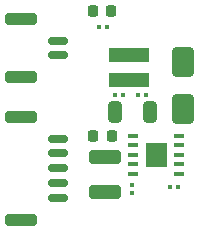
<source format=gbr>
%TF.GenerationSoftware,KiCad,Pcbnew,7.0.10*%
%TF.CreationDate,2024-02-02T13:19:37-05:00*%
%TF.ProjectId,quad_radio_adapter,71756164-5f72-4616-9469-6f5f61646170,rev?*%
%TF.SameCoordinates,Original*%
%TF.FileFunction,Paste,Top*%
%TF.FilePolarity,Positive*%
%FSLAX46Y46*%
G04 Gerber Fmt 4.6, Leading zero omitted, Abs format (unit mm)*
G04 Created by KiCad (PCBNEW 7.0.10) date 2024-02-02 13:19:37*
%MOMM*%
%LPD*%
G01*
G04 APERTURE LIST*
G04 Aperture macros list*
%AMRoundRect*
0 Rectangle with rounded corners*
0 $1 Rounding radius*
0 $2 $3 $4 $5 $6 $7 $8 $9 X,Y pos of 4 corners*
0 Add a 4 corners polygon primitive as box body*
4,1,4,$2,$3,$4,$5,$6,$7,$8,$9,$2,$3,0*
0 Add four circle primitives for the rounded corners*
1,1,$1+$1,$2,$3*
1,1,$1+$1,$4,$5*
1,1,$1+$1,$6,$7*
1,1,$1+$1,$8,$9*
0 Add four rect primitives between the rounded corners*
20,1,$1+$1,$2,$3,$4,$5,0*
20,1,$1+$1,$4,$5,$6,$7,0*
20,1,$1+$1,$6,$7,$8,$9,0*
20,1,$1+$1,$8,$9,$2,$3,0*%
G04 Aperture macros list end*
%ADD10C,0.010000*%
%ADD11RoundRect,0.079500X-0.079500X-0.100500X0.079500X-0.100500X0.079500X0.100500X-0.079500X0.100500X0*%
%ADD12RoundRect,0.250000X-0.325000X-0.650000X0.325000X-0.650000X0.325000X0.650000X-0.325000X0.650000X0*%
%ADD13RoundRect,0.225000X0.225000X0.250000X-0.225000X0.250000X-0.225000X-0.250000X0.225000X-0.250000X0*%
%ADD14R,3.400000X1.300000*%
%ADD15RoundRect,0.218750X0.218750X0.256250X-0.218750X0.256250X-0.218750X-0.256250X0.218750X-0.256250X0*%
%ADD16RoundRect,0.150000X-0.700000X0.150000X-0.700000X-0.150000X0.700000X-0.150000X0.700000X0.150000X0*%
%ADD17RoundRect,0.250000X-1.100000X0.250000X-1.100000X-0.250000X1.100000X-0.250000X1.100000X0.250000X0*%
%ADD18RoundRect,0.079500X0.079500X0.100500X-0.079500X0.100500X-0.079500X-0.100500X0.079500X-0.100500X0*%
%ADD19RoundRect,0.250000X-0.650000X1.000000X-0.650000X-1.000000X0.650000X-1.000000X0.650000X1.000000X0*%
%ADD20R,0.860000X0.320000*%
%ADD21RoundRect,0.250000X-1.100000X0.325000X-1.100000X-0.325000X1.100000X-0.325000X1.100000X0.325000X0*%
%ADD22RoundRect,0.079500X-0.100500X0.079500X-0.100500X-0.079500X0.100500X-0.079500X0.100500X0.079500X0*%
G04 APERTURE END LIST*
%TO.C,IC1*%
D10*
X104785000Y-103750000D02*
X103145000Y-103750000D01*
X103145000Y-101850000D01*
X104785000Y-101850000D01*
X104785000Y-103750000D01*
G36*
X104785000Y-103750000D02*
G01*
X103145000Y-103750000D01*
X103145000Y-101850000D01*
X104785000Y-101850000D01*
X104785000Y-103750000D01*
G37*
%TD*%
D11*
%TO.C,R2*%
X100467600Y-97739200D03*
X101157600Y-97739200D03*
%TD*%
D12*
%TO.C,C2*%
X100480600Y-99161600D03*
X103430600Y-99161600D03*
%TD*%
D13*
%TO.C,C3*%
X100225000Y-101250000D03*
X98675000Y-101250000D03*
%TD*%
D11*
%TO.C,R3*%
X102474200Y-97713800D03*
X103164200Y-97713800D03*
%TD*%
D14*
%TO.C,L1*%
X101676200Y-94403200D03*
X101676200Y-96503200D03*
%TD*%
D15*
%TO.C,D2*%
X100177700Y-90601800D03*
X98602700Y-90601800D03*
%TD*%
D16*
%TO.C,J3*%
X95715238Y-93150000D03*
X95715238Y-94400000D03*
D17*
X92515238Y-91300000D03*
X92515238Y-96250000D03*
%TD*%
D18*
%TO.C,C1*%
X105831200Y-105562400D03*
X105141200Y-105562400D03*
%TD*%
D19*
%TO.C,D1*%
X106222800Y-94945200D03*
X106222800Y-98945200D03*
%TD*%
D20*
%TO.C,IC1*%
X102030000Y-101200000D03*
X102030000Y-102000000D03*
X102030000Y-102800000D03*
X102030000Y-103600000D03*
X102030000Y-104400000D03*
X105900000Y-104400000D03*
X105900000Y-103600000D03*
X105900000Y-102800000D03*
X105900000Y-102000000D03*
X105900000Y-101200000D03*
%TD*%
D21*
%TO.C,C4*%
X99650000Y-103025000D03*
X99650000Y-105975000D03*
%TD*%
D16*
%TO.C,J2*%
X95715238Y-101450000D03*
X95715238Y-102700000D03*
X95715238Y-103950000D03*
X95715238Y-105200000D03*
X95715238Y-106450000D03*
D17*
X92515238Y-99600000D03*
X92515238Y-108300000D03*
%TD*%
D22*
%TO.C,R1*%
X101981000Y-105344400D03*
X101981000Y-106034400D03*
%TD*%
D18*
%TO.C,R4*%
X99811400Y-91998800D03*
X99121400Y-91998800D03*
%TD*%
M02*

</source>
